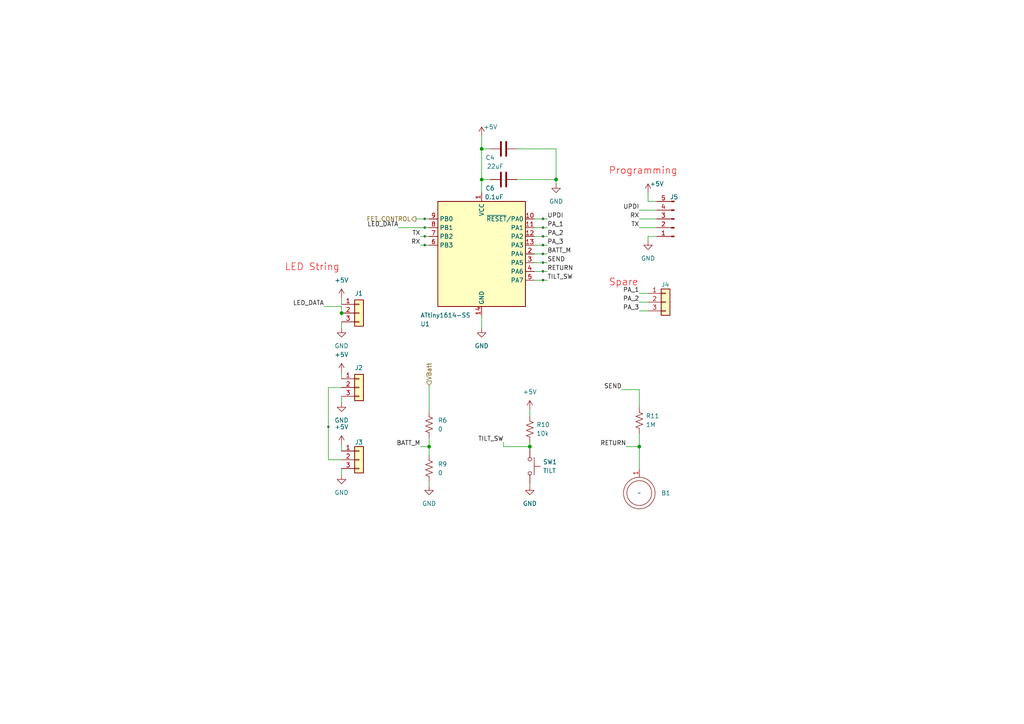
<source format=kicad_sch>
(kicad_sch (version 20230121) (generator eeschema)
  (paper "A4")
  (lib_symbols
    (symbol "Connector:Conn_01x05_Pin" (pin_names (offset 1.016) hide)
      (property "Reference" "J" (at 0 7.62 0))
      (property "Value" "Conn_01x05_Pin" (at 0 -7.62 0))
      (symbol "Conn_01x05_Pin_1_1"
        (polyline (pts (xy 1.27 -5.08) (xy 0.8636 -5.08)) (stroke (width 0.1524)))
        (polyline (pts (xy 1.27 -2.54) (xy 0.8636 -2.54)) (stroke (width 0.1524)))
        (polyline (pts (xy 1.27 0) (xy 0.8636 0)) (stroke (width 0.1524)))
        (polyline (pts (xy 1.27 2.54) (xy 0.8636 2.54)) (stroke (width 0.1524)))
        (polyline (pts (xy 1.27 5.08) (xy 0.8636 5.08)) (stroke (width 0.1524)))
        (rectangle (start 0.8636 -4.953) (end 0 -5.207) (stroke (width 0.1524)) (fill (type outline)))
        (rectangle (start 0.8636 -2.413) (end 0 -2.667) (stroke (width 0.1524)) (fill (type outline)))
        (rectangle (start 0.8636 0.127) (end 0 -0.127) (stroke (width 0.1524)) (fill (type outline)))
        (rectangle (start 0.8636 2.667) (end 0 2.413) (stroke (width 0.1524)) (fill (type outline)))
        (rectangle (start 0.8636 5.207) (end 0 4.953) (stroke (width 0.1524)) (fill (type outline)))
        (pin passive line (at 5.08 5.08 180) (length 3.81) (name "Pin_1") (number "1"))
        (pin passive line (at 5.08 2.54 180) (length 3.81) (name "Pin_2") (number "2"))
        (pin passive line (at 5.08 0 180) (length 3.81) (name "Pin_3") (number "3"))
        (pin passive line (at 5.08 -2.54 180) (length 3.81) (name "Pin_4") (number "4"))
        (pin passive line (at 5.08 -5.08 180) (length 3.81) (name "Pin_5") (number "5"))
      )
    )
    (symbol "Connector_Generic:Conn_01x03" (pin_names (offset 1.016) hide)
      (property "Reference" "J" (at 0 5.08 0))
      (property "Value" "Conn_01x03" (at 0 -5.08 0))
      (symbol "Conn_01x03_1_1"
        (rectangle (start -1.27 -2.413) (end 0 -2.667) (stroke (width 0.1524)))
        (rectangle (start -1.27 0.127) (end 0 -0.127) (stroke (width 0.1524)))
        (rectangle (start -1.27 2.667) (end 0 2.413) (stroke (width 0.1524)))
        (rectangle (start -1.27 3.81) (end 1.27 -3.81) (stroke (width 0.254)) (fill (type background)))
        (pin passive line (at -5.08 2.54 0) (length 3.81) (name "Pin_1") (number "1"))
        (pin passive line (at -5.08 0 0) (length 3.81) (name "Pin_2") (number "2"))
        (pin passive line (at -5.08 -2.54 0) (length 3.81) (name "Pin_3") (number "3"))
      )
    )
    (symbol "Device:C" (pin_numbers hide) (pin_names (offset 0.254))
      (property "Reference" "C" (at 0.635 2.54 0))
      (property "Value" "C" (at 0.635 -2.54 0))
      (symbol "C_0_1"
        (polyline (pts (xy -2.032 -0.762) (xy 2.032 -0.762)) (stroke (width 0.508)))
        (polyline (pts (xy -2.032 0.762) (xy 2.032 0.762)) (stroke (width 0.508)))
      )
      (symbol "C_1_1"
        (pin passive line (at 0 3.81 270) (length 2.794) (name "~") (number "1"))
        (pin passive line (at 0 -3.81 90) (length 2.794) (name "~") (number "2"))
      )
    )
    (symbol "Device:R_US" (pin_numbers hide) (pin_names (offset 0))
      (property "Reference" "R" (at 2.54 0 90))
      (property "Value" "R_US" (at -2.54 0 90))
      (symbol "R_US_0_1"
        (polyline (pts (xy 0 -2.286) (xy 0 -2.54)))
        (polyline (pts (xy 0 2.286) (xy 0 2.54)))
        (polyline (pts (xy 0 -0.762) (xy 1.016 -1.143) (xy 0 -1.524) (xy -1.016 -1.905) (xy 0 -2.286)))
        (polyline (pts (xy 0 0.762) (xy 1.016 0.381) (xy 0 0) (xy -1.016 -0.381) (xy 0 -0.762)))
        (polyline (pts (xy 0 2.286) (xy 1.016 1.905) (xy 0 1.524) (xy -1.016 1.143) (xy 0 0.762)))
      )
      (symbol "R_US_1_1"
        (pin passive line (at 0 3.81 270) (length 1.27) (name "~") (number "1"))
        (pin passive line (at 0 -3.81 90) (length 1.27) (name "~") (number "2"))
      )
    )
    (symbol "MCU_Microchip_ATtiny:ATtiny1614-SS"
      (property "Reference" "U" (at -12.7 16.51 0))
      (property "Value" "ATtiny1614-SS" (at 2.54 -16.51 0))
      (symbol "ATtiny1614-SS_0_1"
        (rectangle (start -12.7 -15.24) (end 12.7 15.24) (stroke (width 0.254)) (fill (type background)))
      )
      (symbol "ATtiny1614-SS_1_1"
        (pin power_in line (at 0 17.78 270) (length 2.54) (name "VCC") (number "1"))
        (pin bidirectional line (at 15.24 10.16 180) (length 2.54) (name "~{RESET}/PA0") (number "10"))
        (pin bidirectional line (at 15.24 7.62 180) (length 2.54) (name "PA1") (number "11"))
        (pin bidirectional line (at 15.24 5.08 180) (length 2.54) (name "PA2") (number "12"))
        (pin bidirectional line (at 15.24 2.54 180) (length 2.54) (name "PA3") (number "13"))
        (pin power_in line (at 0 -17.78 90) (length 2.54) (name "GND") (number "14"))
        (pin bidirectional line (at 15.24 0 180) (length 2.54) (name "PA4") (number "2"))
        (pin bidirectional line (at 15.24 -2.54 180) (length 2.54) (name "PA5") (number "3"))
        (pin bidirectional line (at 15.24 -5.08 180) (length 2.54) (name "PA6") (number "4"))
        (pin bidirectional line (at 15.24 -7.62 180) (length 2.54) (name "PA7") (number "5"))
        (pin bidirectional line (at -15.24 2.54 0) (length 2.54) (name "PB3") (number "6"))
        (pin bidirectional line (at -15.24 5.08 0) (length 2.54) (name "PB2") (number "7"))
        (pin bidirectional line (at -15.24 7.62 0) (length 2.54) (name "PB1") (number "8"))
        (pin bidirectional line (at -15.24 10.16 0) (length 2.54) (name "PB0") (number "9"))
      )
    )
    (symbol "Switch:SW_Push" (pin_numbers hide) (pin_names (offset 1.016) hide)
      (property "Reference" "SW" (at 1.27 2.54 0))
      (property "Value" "SW_Push" (at 0 -1.524 0))
      (symbol "SW_Push_0_1"
        (circle (center -2.032 0) (radius 0.508))
        (polyline (pts (xy 0 1.27) (xy 0 3.048)))
        (polyline (pts (xy 2.54 1.27) (xy -2.54 1.27)))
        (circle (center 2.032 0) (radius 0.508))
        (pin passive line (at -5.08 0 0) (length 2.54) (name "1") (number "1"))
        (pin passive line (at 5.08 0 180) (length 2.54) (name "2") (number "2"))
      )
    )
    (symbol "myDesigns:Touch_Button"
      (property "Reference" "B" (at -4.318 -1.778 0))
      (symbol "Touch_Button_0_1"
        (circle (center 0 -7.112) (radius 3.5921))
        (circle (center 0 -7.112) (radius 4.5791))
      )
      (symbol "Touch_Button_1_1"
        (pin input line (at 0 0 270) (length 2.54) (name "") (number "1"))
      )
    )
    (symbol "power:+5V" (power) (pin_names (offset 0))
      (property "Value" "+5V" (at 0 3.556 0))
      (symbol "+5V_0_1"
        (polyline (pts (xy -0.762 1.27) (xy 0 2.54)))
        (polyline (pts (xy 0 0) (xy 0 2.54)))
        (polyline (pts (xy 0 2.54) (xy 0.762 1.27)))
      )
      (symbol "+5V_1_1"
        (pin power_in line (at 0 0 90) (length 0) hide (name "+5V") (number "1"))
      )
    )
    (symbol "power:GND" (power) (pin_names (offset 0))
      (property "Value" "GND" (at 0 -3.81 0))
      (symbol "GND_0_1"
        (polyline (pts (xy 0 0) (xy 0 -1.27) (xy 1.27 -1.27) (xy 0 -2.54) (xy -1.27 -1.27) (xy 0 -1.27)))
      )
      (symbol "GND_1_1"
        (pin power_in line (at 0 0 270) (length 0) hide (name "GND") (number "1"))
      )
    )
  )
  (junction (at 139.7 52.07))
  (junction (at 153.67 129.54))
  (junction (at 185.42 129.54))
  (junction (at 139.7 43.18))
  (junction (at 161.29 52.07))
  (junction (at 99.06 90.805))
  (junction (at 124.46 129.54))
  (wire (pts (xy 185.42 113.03) (xy 185.42 118.11)))
  (wire (pts (xy 149.86 52.07) (xy 161.29 52.07)))
  (wire (pts (xy 99.06 86.36) (xy 99.06 88.265)))
  (wire (pts (xy 99.06 88.9) (xy 93.98 88.9)))
  (wire (pts (xy 99.06 107.95) (xy 99.06 109.855)))
  (wire (pts (xy 187.96 68.58) (xy 187.96 69.85)))
  (wire (pts (xy 124.46 129.54) (xy 124.46 132.08)))
  (wire (pts (xy 185.42 129.54) (xy 185.42 135.89)))
  (wire (pts (xy 190.5 68.58) (xy 187.96 68.58)))
  (wire (pts (xy 154.94 81.28) (xy 158.75 81.28)))
  (wire (pts (xy 139.7 91.44) (xy 139.7 95.25)))
  (wire (pts (xy 146.05 129.54) (xy 153.67 129.54)))
  (wire (pts (xy 124.46 139.7) (xy 124.46 140.97)))
  (wire (pts (xy 187.96 55.88) (xy 187.96 58.42)))
  (wire (pts (xy 185.42 90.17) (xy 187.96 90.17)))
  (wire (pts (xy 99.06 93.345) (xy 99.06 95.25)))
  (wire (pts (xy 185.42 63.5) (xy 190.5 63.5)))
  (wire (pts (xy 139.7 52.07) (xy 139.7 55.88)))
  (wire (pts (xy 139.7 43.18) (xy 139.7 52.07)))
  (wire (pts (xy 154.94 73.66) (xy 158.75 73.66)))
  (wire (pts (xy 161.29 52.07) (xy 161.29 53.34)))
  (wire (pts (xy 124.46 111.76) (xy 124.46 119.38)))
  (wire (pts (xy 99.06 112.395) (xy 95.25 112.395)))
  (wire (pts (xy 153.67 129.54) (xy 153.67 130.175)))
  (wire (pts (xy 121.92 129.54) (xy 124.46 129.54)))
  (wire (pts (xy 154.94 71.12) (xy 158.75 71.12)))
  (wire (pts (xy 185.42 125.73) (xy 185.42 129.54)))
  (wire (pts (xy 99.06 128.905) (xy 99.06 130.81)))
  (wire (pts (xy 139.7 52.07) (xy 142.24 52.07)))
  (wire (pts (xy 154.94 78.74) (xy 158.75 78.74)))
  (wire (pts (xy 161.29 43.18) (xy 161.29 52.07)))
  (wire (pts (xy 180.34 113.03) (xy 185.42 113.03)))
  (wire (pts (xy 154.94 76.2) (xy 158.75 76.2)))
  (wire (pts (xy 149.86 43.18) (xy 161.29 43.18)))
  (wire (pts (xy 154.94 63.5) (xy 158.75 63.5)))
  (wire (pts (xy 139.7 43.18) (xy 142.24 43.18)))
  (wire (pts (xy 139.7 39.37) (xy 139.7 43.18)))
  (wire (pts (xy 154.94 66.04) (xy 158.75 66.04)))
  (wire (pts (xy 120.65 63.5) (xy 124.46 63.5)))
  (wire (pts (xy 121.92 71.12) (xy 124.46 71.12)))
  (wire (pts (xy 153.67 140.335) (xy 153.67 140.97)))
  (wire (pts (xy 185.42 87.63) (xy 187.96 87.63)))
  (wire (pts (xy 99.06 90.805) (xy 99.06 88.9)))
  (wire (pts (xy 190.5 58.42) (xy 187.96 58.42)))
  (wire (pts (xy 185.42 85.09) (xy 187.96 85.09)))
  (wire (pts (xy 153.67 118.745) (xy 153.67 120.65)))
  (wire (pts (xy 185.42 66.04) (xy 190.5 66.04)))
  (wire (pts (xy 99.06 91.44) (xy 99.06 90.805)))
  (wire (pts (xy 95.25 112.395) (xy 95.25 133.35)))
  (wire (pts (xy 124.46 127) (xy 124.46 129.54)))
  (wire (pts (xy 153.67 128.27) (xy 153.67 129.54)))
  (wire (pts (xy 154.94 68.58) (xy 158.75 68.58)))
  (wire (pts (xy 185.42 60.96) (xy 190.5 60.96)))
  (wire (pts (xy 181.61 129.54) (xy 185.42 129.54)))
  (wire (pts (xy 99.06 114.935) (xy 99.06 116.84)))
  (wire (pts (xy 99.06 135.89) (xy 99.06 137.795)))
  (wire (pts (xy 95.25 133.35) (xy 99.06 133.35)))
  (wire (pts (xy 121.92 68.58) (xy 124.46 68.58)))
  (wire (pts (xy 146.05 128.27) (xy 146.05 129.54)))
  (wire (pts (xy 115.57 66.04) (xy 124.46 66.04)))
  (text "Programming\n" (at 176.53 50.8 0) (effects (font (size 2 2)) (justify left bottom)))
  (text "Spare\n\n" (at 176.53 86.36 0) (effects (font (size 2 2)) (justify left bottom)))
  (text "LED String\n" (at 82.55 78.74 0) (effects (font (size 2 2)) (justify left bottom)))
  (label "TILT_SW" (at 146.05 128.27 180))
  (label "RX" (at 121.92 71.12 180))
  (label "BATT_M" (at 158.75 73.66 0))
  (label "LED_DATA" (at 93.98 88.9 180))
  (label "LED_DATA" (at 115.57 66.04 180))
  (label "RX" (at 185.42 63.5 180))
  (label "PA_2" (at 158.75 68.58 0))
  (label "BATT_M" (at 121.92 129.54 180))
  (label "RETURN" (at 158.75 78.74 0))
  (label "TX" (at 121.92 68.58 180))
  (label "PA_1" (at 158.75 66.04 0))
  (label "UPDI" (at 185.42 60.96 180))
  (label "PA_3" (at 185.42 90.17 180))
  (label "TX" (at 185.42 66.04 180))
  (label "UPDI" (at 158.75 63.5 0))
  (label "SEND" (at 158.75 76.2 0))
  (label "TILT_SW" (at 158.75 81.28 0))
  (label "RETURN" (at 181.61 129.54 180))
  (label "PA_1" (at 185.42 85.09 180))
  (label "PA_3" (at 158.75 71.12 0))
  (label "PA_2" (at 185.42 87.63 180))
  (label "SEND" (at 180.34 113.03 180))
  (hierarchical_label "FET_CONTROL" (shape output) (at 120.65 63.5 180))
  (hierarchical_label "VBatt" (shape input) (at 124.46 111.76 90))
  (netclass_flag "" (length 0.05) (shape dot) (at 123.19 68.58 0) (property "Netclass" "signal" (effects hide)))
  (netclass_flag "" (length 0.05) (shape dot) (at 123.19 66.04 0) (property "Netclass" "signal" (effects hide)))
  (netclass_flag "" (length 0.05) (shape dot) (at 157.48 63.5 0) (property "Netclass" "signal" (effects hide)))
  (netclass_flag "" (length 0.05) (shape dot) (at 157.48 68.58 0) (property "Netclass" "signal" (effects hide)))
  (netclass_flag "" (length 0.05) (shape dot) (at 95.25 123.825 0) (property "Netclass" "signal" (effects hide)))
  (netclass_flag "" (length 0.05) (shape dot) (at 157.48 78.74 0) (property "Netclass" "signal" (effects hide)))
  (netclass_flag "" (length 0.05) (shape dot) (at 157.48 66.04 0) (property "Netclass" "signal" (effects hide)))
  (netclass_flag "" (length 0.05) (shape dot) (at 157.48 73.66 0) (property "Netclass" "signal" (effects hide)))
  (netclass_flag "" (length 0.05) (shape dot) (at 157.48 71.12 0) (property "Netclass" "signal" (effects hide)))
  (netclass_flag "" (length 0.05) (shape dot) (at 123.19 63.5 0) (property "Netclass" "signal" (effects hide)))
  (netclass_flag "" (length 0.05) (shape dot) (at 123.19 71.12 0) (property "Netclass" "signal" (effects hide)))
  (netclass_flag "" (length 0.05) (shape dot) (at 157.48 76.2 0) (property "Netclass" "signal" (effects hide)))
  (netclass_flag "" (length 0.05) (shape dot) (at 157.48 81.28 0) (property "Netclass" "signal" (effects hide)))
  (symbol (lib_id "power:+5V") (at 187.96 55.88 0) (unit 1)
    (property "Reference" "#PWR024" (effects hide))
    (property "Value" "+5V" (at 190.5 53.34 0))
  )
  (symbol (lib_id "Connector:Conn_01x05_Pin") (at 195.58 63.5 180) (unit 1)
    (property "Reference" "J5" (at 194.31 57.15 0) (effects (justify right)))
    (property "Value" "Conn_01x05_Pin" (effects hide))
    (property "Footprint" "Connector_PinSocket_2.54mm:PinSocket_1x05_P2.54mm_Vertical_SMD_Pin1Left" (effects hide))
  )
  (symbol (lib_id "power:GND") (at 99.06 95.25 0) (unit 1)
    (property "Reference" "#PWR07" (effects hide))
    (property "Value" "GND" (at 99.06 100.33 0))
  )
  (symbol (lib_id "power:GND") (at 99.06 137.795 0) (unit 1)
    (property "Reference" "#PWR017" (effects hide))
    (property "Value" "GND" (at 99.06 142.875 0))
  )
  (symbol (lib_id "power:+5V") (at 139.7 39.37 0) (unit 1)
    (property "Reference" "#PWR019" (effects hide))
    (property "Value" "+5V" (at 142.24 36.83 0))
  )
  (symbol (lib_id "Connector_Generic:Conn_01x03") (at 193.04 87.63 0) (unit 1)
    (property "Reference" "J4" (at 191.77 82.55 0) (effects (justify left)))
    (property "Value" "Conn_01x03" (effects hide))
    (property "Footprint" "myFootprintDesigns:spares_1*3" (effects hide))
  )
  (symbol (lib_id "power:GND") (at 139.7 95.25 0) (unit 1)
    (property "Reference" "#PWR020" (effects hide))
    (property "Value" "GND" (at 139.7 100.33 0))
  )
  (symbol (lib_id "Device:C") (at 146.05 52.07 90) (unit 1)
    (property "Reference" "C6" (at 143.51 54.61 90) (effects (justify left)))
    (property "Value" "0.1uF" (at 146.05 57.15 90) (effects (justify left)))
    (property "Footprint" "Capacitor_SMD:C_0805_2012Metric" (effects hide))
  )
  (symbol (lib_id "power:+5V") (at 99.06 128.905 0) (unit 1)
    (property "Reference" "#PWR016" (effects hide))
    (property "Value" "+5V" (at 99.06 123.825 0))
  )
  (symbol (lib_id "power:+5V") (at 99.06 107.95 0) (unit 1)
    (property "Reference" "#PWR012" (effects hide))
    (property "Value" "+5V" (at 99.06 102.87 0))
  )
  (symbol (lib_id "Device:R_US") (at 185.42 121.92 0) (unit 1)
    (property "Reference" "R11" (at 187.325 120.65 0) (effects (justify left)))
    (property "Value" "1M" (at 187.325 123.19 0) (effects (justify left)))
    (property "Footprint" "Resistor_SMD:R_0805_2012Metric" (effects hide))
  )
  (symbol (lib_id "power:+5V") (at 99.06 86.36 0) (unit 1)
    (property "Reference" "#PWR06" (effects hide))
    (property "Value" "+5V" (at 99.06 81.28 0))
  )
  (symbol (lib_id "Connector_Generic:Conn_01x03") (at 104.14 90.805 0) (unit 1)
    (property "Reference" "J1" (at 102.87 85.09 0) (effects (justify left)))
    (property "Value" "Conn_01x03" (effects hide))
    (property "Footprint" "Connector_PinHeader_2.54mm:PinHeader_1x03_P2.54mm_Vertical_SMD_Pin1Left" (effects hide))
  )
  (symbol (lib_id "Connector_Generic:Conn_01x03") (at 104.14 112.395 0) (unit 1)
    (property "Reference" "J2" (at 102.87 106.68 0) (effects (justify left)))
    (property "Value" "Conn_01x03" (effects hide))
    (property "Footprint" "Connector_PinHeader_2.54mm:PinHeader_1x03_P2.54mm_Vertical_SMD_Pin1Left" (effects hide))
  )
  (symbol (lib_id "Device:C") (at 146.05 43.18 90) (unit 1)
    (property "Reference" "C4" (at 143.51 45.72 90) (effects (justify left)))
    (property "Value" "22uF" (at 146.05 48.26 90) (effects (justify left)))
    (property "Footprint" "Capacitor_SMD:C_0805_2012Metric" (effects hide))
  )
  (symbol (lib_id "power:GND") (at 99.06 116.84 0) (unit 1)
    (property "Reference" "#PWR014" (effects hide))
    (property "Value" "GND" (at 99.06 121.92 0))
  )
  (symbol (lib_id "power:GND") (at 124.46 140.97 0) (unit 1)
    (property "Reference" "#PWR018" (effects hide))
    (property "Value" "GND" (at 124.46 146.05 0))
  )
  (symbol (lib_id "Device:R_US") (at 124.46 123.19 0) (unit 1)
    (property "Reference" "R6" (at 127 121.92 0) (effects (justify left)))
    (property "Value" "0" (at 127 124.46 0) (effects (justify left)))
    (property "Footprint" "Resistor_SMD:R_0805_2012Metric" (effects hide))
  )
  (symbol (lib_id "myDesigns:Touch_Button") (at 185.42 135.89 0) (unit 1)
    (property "Reference" "B1" (at 191.77 143.002 0) (effects (justify left)))
    (property "Value" "~" (at 185.42 143.002 0))
    (property "Footprint" "myFootprintDesigns:fireflyTouch" (effects hide))
  )
  (symbol (lib_id "Device:R_US") (at 153.67 124.46 0) (unit 1)
    (property "Reference" "R10" (at 155.575 123.19 0) (effects (justify left)))
    (property "Value" "10k" (at 155.575 125.73 0) (effects (justify left)))
    (property "Footprint" "Resistor_SMD:R_0805_2012Metric" (effects hide))
  )
  (symbol (lib_id "power:GND") (at 161.29 53.34 0) (unit 1)
    (property "Reference" "#PWR023" (effects hide))
    (property "Value" "GND" (at 161.29 58.42 0))
  )
  (symbol (lib_id "power:GND") (at 153.67 140.97 0) (unit 1)
    (property "Reference" "#PWR022" (effects hide))
    (property "Value" "GND" (at 153.67 146.05 0))
  )
  (symbol (lib_id "Connector_Generic:Conn_01x03") (at 104.14 133.35 0) (unit 1)
    (property "Reference" "J3" (at 102.87 128.27 0) (effects (justify left)))
    (property "Value" "Conn_01x03" (effects hide))
    (property "Footprint" "Connector_PinHeader_2.54mm:PinHeader_1x03_P2.54mm_Vertical_SMD_Pin1Left" (effects hide))
  )
  (symbol (lib_id "MCU_Microchip_ATtiny:ATtiny1614-SS") (at 139.7 73.66 0) (unit 1)
    (property "Reference" "U1" (at 121.92 93.98 0) (effects (justify left)))
    (property "Value" "ATtiny1614-SS" (at 121.92 91.44 0) (effects (justify left)))
    (property "Footprint" "Package_SO:SOIC-14_3.9x8.7mm_P1.27mm" (effects hide))
    (property "Datasheet" "http://ww1.microchip.com/downloads/en/DeviceDoc/ATtiny1614-data-sheet-40001995A.pdf" (effects hide))
  )
  (symbol (lib_id "Device:R_US") (at 124.46 135.89 0) (unit 1)
    (property "Reference" "R9" (at 127 134.62 0) (effects (justify left)))
    (property "Value" "0" (at 127 137.16 0) (effects (justify left)))
    (property "Footprint" "Resistor_SMD:R_0805_2012Metric" (effects hide))
  )
  (symbol (lib_id "power:+5V") (at 153.67 118.745 0) (unit 1)
    (property "Reference" "#PWR021" (effects hide))
    (property "Value" "+5V" (at 153.67 113.665 0))
  )
  (symbol (lib_id "Switch:SW_Push") (at 153.67 135.255 270) (unit 1)
    (property "Reference" "SW1" (at 157.48 133.985 90) (effects (justify left)))
    (property "Value" "TILT" (at 157.48 136.525 90) (effects (justify left)))
    (property "Footprint" "Connector_PinHeader_2.54mm:PinHeader_2x01_P2.54mm_Vertical_SMD" (effects hide))
  )
  (symbol (lib_id "power:GND") (at 187.96 69.85 0) (unit 1)
    (property "Reference" "#PWR025" (effects hide))
    (property "Value" "GND" (at 187.96 74.93 0))
  )
)
</source>
